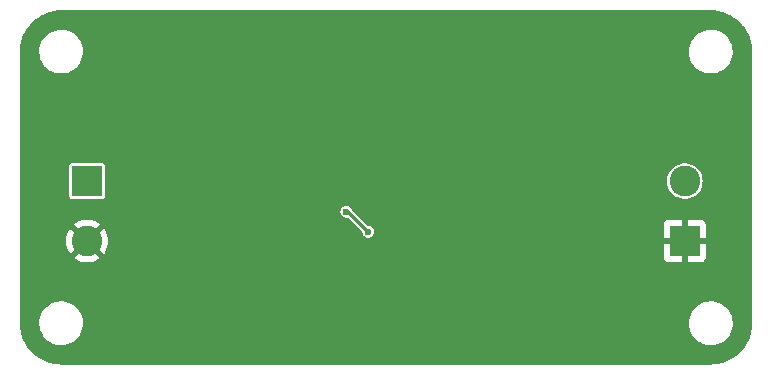
<source format=gbr>
%TF.GenerationSoftware,KiCad,Pcbnew,7.0.8*%
%TF.CreationDate,2023-10-17T18:42:51+11:00*%
%TF.ProjectId,bstconv,62737463-6f6e-4762-9e6b-696361645f70,rev?*%
%TF.SameCoordinates,Original*%
%TF.FileFunction,Copper,L2,Bot*%
%TF.FilePolarity,Positive*%
%FSLAX46Y46*%
G04 Gerber Fmt 4.6, Leading zero omitted, Abs format (unit mm)*
G04 Created by KiCad (PCBNEW 7.0.8) date 2023-10-17 18:42:51*
%MOMM*%
%LPD*%
G01*
G04 APERTURE LIST*
%TA.AperFunction,ComponentPad*%
%ADD10R,2.600000X2.600000*%
%TD*%
%TA.AperFunction,ComponentPad*%
%ADD11C,2.600000*%
%TD*%
%TA.AperFunction,ViaPad*%
%ADD12C,0.600000*%
%TD*%
%TA.AperFunction,Conductor*%
%ADD13C,0.250000*%
%TD*%
G04 APERTURE END LIST*
D10*
%TO.P,J1,1,Pin_1*%
%TO.N,+15V*%
X124695000Y-147455000D03*
D11*
%TO.P,J1,2,Pin_2*%
%TO.N,GND*%
X124695000Y-152535000D03*
%TD*%
D10*
%TO.P,J2,1,Pin_1*%
%TO.N,GND*%
X175305000Y-152540000D03*
D11*
%TO.P,J2,2,Pin_2*%
%TO.N,Net-(J2-Pin_2)*%
X175305000Y-147460000D03*
%TD*%
D12*
%TO.N,GND*%
X137000000Y-150750000D03*
X136750000Y-158000000D03*
X144000000Y-146250000D03*
X148750000Y-144750000D03*
X148250000Y-155750000D03*
X140750000Y-152250000D03*
X162250000Y-136500000D03*
X147250000Y-145500000D03*
X144000000Y-144750000D03*
X147250000Y-146250000D03*
X148000000Y-144750000D03*
X147250000Y-144750000D03*
X137000000Y-147250000D03*
X141750000Y-144750000D03*
X147250000Y-147000000D03*
X144000000Y-145500000D03*
X136750000Y-154250000D03*
X164000000Y-155750000D03*
X140750000Y-154250000D03*
X143250000Y-144750000D03*
X164000000Y-139250000D03*
X162250000Y-158500000D03*
X151250000Y-155750000D03*
X142500000Y-144750000D03*
X149750000Y-144750000D03*
X144000000Y-147000000D03*
%TO.N,Net-(Q1-G)*%
X148500000Y-151750000D03*
X146652412Y-150046896D03*
%TD*%
D13*
%TO.N,Net-(Q1-G)*%
X146796896Y-150046896D02*
X148500000Y-151750000D01*
X146652412Y-150046896D02*
X146796896Y-150046896D01*
%TD*%
%TA.AperFunction,Conductor*%
%TO.N,GND*%
G36*
X177501210Y-133000560D02*
G01*
X177550940Y-133003002D01*
X177652546Y-133007994D01*
X177847189Y-133018195D01*
X177851836Y-133018660D01*
X178021733Y-133043862D01*
X178198146Y-133071803D01*
X178202381Y-133072667D01*
X178372207Y-133115206D01*
X178541822Y-133160654D01*
X178545655Y-133161851D01*
X178711894Y-133221332D01*
X178874710Y-133283832D01*
X178878099Y-133285281D01*
X179038476Y-133361134D01*
X179066882Y-133375608D01*
X179193380Y-133440063D01*
X179196356Y-133441710D01*
X179348960Y-133533177D01*
X179494587Y-133627748D01*
X179497115Y-133629504D01*
X179564823Y-133679719D01*
X179640331Y-133735720D01*
X179775263Y-133844985D01*
X179777318Y-133846747D01*
X179908742Y-133965862D01*
X179910486Y-133967523D01*
X180032475Y-134089512D01*
X180034139Y-134091259D01*
X180153247Y-134222675D01*
X180155019Y-134224742D01*
X180264283Y-134359673D01*
X180273437Y-134372015D01*
X180370494Y-134502883D01*
X180372250Y-134505411D01*
X180466822Y-134651039D01*
X180558288Y-134803642D01*
X180559935Y-134806618D01*
X180638868Y-134961529D01*
X180714711Y-135121886D01*
X180716176Y-135125312D01*
X180778672Y-135288120D01*
X180838140Y-135454321D01*
X180839347Y-135458187D01*
X180884790Y-135627780D01*
X180889961Y-135648422D01*
X180927325Y-135797588D01*
X180928199Y-135801874D01*
X180956145Y-135978317D01*
X180981336Y-136148144D01*
X180981804Y-136152819D01*
X180992011Y-136347561D01*
X180999440Y-136498791D01*
X180999500Y-136501220D01*
X180999500Y-159498779D01*
X180999440Y-159501208D01*
X180992011Y-159652438D01*
X180981804Y-159847179D01*
X180981336Y-159851854D01*
X180956145Y-160021682D01*
X180928199Y-160198124D01*
X180927325Y-160202410D01*
X180884793Y-160372210D01*
X180839347Y-160541811D01*
X180838140Y-160545677D01*
X180778672Y-160711879D01*
X180716176Y-160874687D01*
X180714711Y-160878112D01*
X180638868Y-161038470D01*
X180559935Y-161193380D01*
X180558288Y-161196356D01*
X180466822Y-161348960D01*
X180372250Y-161494587D01*
X180370495Y-161497115D01*
X180264285Y-161640324D01*
X180155028Y-161775245D01*
X180153236Y-161777336D01*
X180034150Y-161908727D01*
X180032475Y-161910486D01*
X179910486Y-162032475D01*
X179908727Y-162034150D01*
X179777336Y-162153236D01*
X179775245Y-162155028D01*
X179640324Y-162264285D01*
X179497115Y-162370495D01*
X179494587Y-162372250D01*
X179348960Y-162466822D01*
X179196356Y-162558288D01*
X179193380Y-162559935D01*
X179038470Y-162638868D01*
X178878112Y-162714711D01*
X178874687Y-162716176D01*
X178711879Y-162778672D01*
X178545677Y-162838140D01*
X178541811Y-162839347D01*
X178372210Y-162884793D01*
X178202410Y-162927325D01*
X178198124Y-162928199D01*
X178021682Y-162956145D01*
X177851854Y-162981336D01*
X177847179Y-162981804D01*
X177652438Y-162992011D01*
X177501208Y-162999440D01*
X177498779Y-162999500D01*
X122501221Y-162999500D01*
X122498792Y-162999440D01*
X122347561Y-162992011D01*
X122152819Y-162981804D01*
X122148144Y-162981336D01*
X121978317Y-162956145D01*
X121801874Y-162928199D01*
X121797588Y-162927325D01*
X121627798Y-162884795D01*
X121603002Y-162878151D01*
X121458187Y-162839347D01*
X121454321Y-162838140D01*
X121288120Y-162778672D01*
X121125312Y-162716176D01*
X121121886Y-162714711D01*
X120961529Y-162638868D01*
X120806618Y-162559935D01*
X120803642Y-162558288D01*
X120651039Y-162466822D01*
X120505411Y-162372250D01*
X120502883Y-162370494D01*
X120359675Y-162264285D01*
X120224742Y-162155019D01*
X120222675Y-162153247D01*
X120091259Y-162034139D01*
X120089512Y-162032475D01*
X119967523Y-161910486D01*
X119965862Y-161908742D01*
X119846747Y-161777318D01*
X119844985Y-161775263D01*
X119735714Y-161640324D01*
X119679719Y-161564823D01*
X119629504Y-161497115D01*
X119627748Y-161494587D01*
X119533177Y-161348960D01*
X119441710Y-161196356D01*
X119440063Y-161193380D01*
X119361131Y-161038470D01*
X119342209Y-160998462D01*
X119285281Y-160878099D01*
X119283832Y-160874710D01*
X119221327Y-160711879D01*
X119161851Y-160545655D01*
X119160654Y-160541822D01*
X119115206Y-160372207D01*
X119072667Y-160202381D01*
X119071803Y-160198146D01*
X119043854Y-160021682D01*
X119018660Y-159851836D01*
X119018195Y-159847189D01*
X119007994Y-159652562D01*
X119003829Y-159567765D01*
X120645788Y-159567765D01*
X120675414Y-159837020D01*
X120723691Y-160021682D01*
X120743928Y-160099088D01*
X120849870Y-160348390D01*
X120921999Y-160466577D01*
X120990983Y-160579612D01*
X121164253Y-160787818D01*
X121164255Y-160787820D01*
X121365998Y-160968582D01*
X121588624Y-161115870D01*
X121591913Y-161118046D01*
X121724100Y-161180012D01*
X121837176Y-161233020D01*
X121982628Y-161276780D01*
X122096555Y-161311056D01*
X122096559Y-161311057D01*
X122096569Y-161311060D01*
X122263840Y-161335677D01*
X122364560Y-161350500D01*
X122364561Y-161350500D01*
X122567633Y-161350500D01*
X122625495Y-161346264D01*
X122770156Y-161335677D01*
X123034553Y-161276780D01*
X123287558Y-161180014D01*
X123523777Y-161047441D01*
X123738177Y-160881888D01*
X123926186Y-160686881D01*
X124083799Y-160466579D01*
X124207656Y-160225675D01*
X124295118Y-159969305D01*
X124344319Y-159702933D01*
X124349259Y-159567765D01*
X175645788Y-159567765D01*
X175675414Y-159837020D01*
X175723691Y-160021682D01*
X175743928Y-160099088D01*
X175849870Y-160348390D01*
X175921999Y-160466577D01*
X175990983Y-160579612D01*
X176164253Y-160787818D01*
X176164255Y-160787820D01*
X176365998Y-160968582D01*
X176588624Y-161115870D01*
X176591913Y-161118046D01*
X176724100Y-161180012D01*
X176837176Y-161233020D01*
X176982628Y-161276780D01*
X177096555Y-161311056D01*
X177096559Y-161311057D01*
X177096569Y-161311060D01*
X177263840Y-161335677D01*
X177364560Y-161350500D01*
X177364561Y-161350500D01*
X177567633Y-161350500D01*
X177625495Y-161346264D01*
X177770156Y-161335677D01*
X178034553Y-161276780D01*
X178287558Y-161180014D01*
X178523777Y-161047441D01*
X178738177Y-160881888D01*
X178926186Y-160686881D01*
X179083799Y-160466579D01*
X179207656Y-160225675D01*
X179295118Y-159969305D01*
X179344319Y-159702933D01*
X179354212Y-159432235D01*
X179324586Y-159162982D01*
X179256072Y-158900912D01*
X179150130Y-158651610D01*
X179009018Y-158420390D01*
X178835745Y-158212180D01*
X178730754Y-158118108D01*
X178634007Y-158031422D01*
X178634004Y-158031420D01*
X178634002Y-158031418D01*
X178484489Y-157932501D01*
X178408086Y-157881953D01*
X178162822Y-157766979D01*
X177903444Y-157688943D01*
X177903428Y-157688939D01*
X177635440Y-157649500D01*
X177635439Y-157649500D01*
X177432369Y-157649500D01*
X177432367Y-157649500D01*
X177229848Y-157664322D01*
X176965450Y-157723219D01*
X176712439Y-157819987D01*
X176476219Y-157952561D01*
X176261826Y-158118108D01*
X176073814Y-158313119D01*
X175916199Y-158533422D01*
X175792342Y-158774328D01*
X175704884Y-159030687D01*
X175704881Y-159030698D01*
X175655680Y-159297069D01*
X175645788Y-159567765D01*
X124349259Y-159567765D01*
X124354212Y-159432235D01*
X124324586Y-159162982D01*
X124256072Y-158900912D01*
X124150130Y-158651610D01*
X124009018Y-158420390D01*
X123835745Y-158212180D01*
X123730754Y-158118108D01*
X123634007Y-158031422D01*
X123634004Y-158031420D01*
X123634002Y-158031418D01*
X123484489Y-157932501D01*
X123408086Y-157881953D01*
X123162822Y-157766979D01*
X122903444Y-157688943D01*
X122903428Y-157688939D01*
X122635440Y-157649500D01*
X122635439Y-157649500D01*
X122432369Y-157649500D01*
X122432367Y-157649500D01*
X122229848Y-157664322D01*
X121965450Y-157723219D01*
X121712439Y-157819987D01*
X121476219Y-157952561D01*
X121261826Y-158118108D01*
X121073814Y-158313119D01*
X120916199Y-158533422D01*
X120792342Y-158774328D01*
X120704884Y-159030687D01*
X120704881Y-159030698D01*
X120655680Y-159297069D01*
X120645788Y-159567765D01*
X119003829Y-159567765D01*
X119003072Y-159552355D01*
X119000560Y-159501209D01*
X119000500Y-159498780D01*
X119000500Y-152535002D01*
X122889953Y-152535002D01*
X122910113Y-152804022D01*
X122910115Y-152804032D01*
X122970146Y-153067049D01*
X123068706Y-153318174D01*
X123068715Y-153318193D01*
X123203596Y-153551812D01*
X123203606Y-153551827D01*
X123257294Y-153619150D01*
X124092452Y-152783991D01*
X124102188Y-152813956D01*
X124190186Y-152952619D01*
X124309903Y-153065040D01*
X124444510Y-153139041D01*
X123609850Y-153973702D01*
X123792484Y-154098220D01*
X124035541Y-154215270D01*
X124293334Y-154294789D01*
X124293344Y-154294791D01*
X124560105Y-154334999D01*
X124560114Y-154335000D01*
X124829886Y-154335000D01*
X124829894Y-154334999D01*
X125096655Y-154294791D01*
X125096665Y-154294789D01*
X125354458Y-154215270D01*
X125597521Y-154098218D01*
X125780149Y-153973703D01*
X125780149Y-153973702D01*
X125694271Y-153887824D01*
X173504999Y-153887824D01*
X173511401Y-153947370D01*
X173511403Y-153947381D01*
X173561646Y-154082088D01*
X173561647Y-154082090D01*
X173647807Y-154197184D01*
X173647815Y-154197192D01*
X173762909Y-154283352D01*
X173762911Y-154283353D01*
X173897618Y-154333596D01*
X173897629Y-154333598D01*
X173957176Y-154340000D01*
X175054999Y-154340000D01*
X175055000Y-154339999D01*
X175055000Y-153144310D01*
X175063817Y-153149158D01*
X175222886Y-153190000D01*
X175345894Y-153190000D01*
X175467933Y-153174583D01*
X175555000Y-153140110D01*
X175555000Y-154339999D01*
X175555001Y-154340000D01*
X176652824Y-154340000D01*
X176712370Y-154333598D01*
X176712381Y-154333596D01*
X176847088Y-154283353D01*
X176847090Y-154283352D01*
X176962184Y-154197192D01*
X176962192Y-154197184D01*
X177048352Y-154082090D01*
X177048353Y-154082088D01*
X177098596Y-153947381D01*
X177098598Y-153947370D01*
X177105000Y-153887824D01*
X177105000Y-152790001D01*
X177104999Y-152790000D01*
X175905728Y-152790000D01*
X175928100Y-152742457D01*
X175958873Y-152581138D01*
X175948561Y-152417234D01*
X175907220Y-152290000D01*
X177104999Y-152290000D01*
X177105000Y-152289999D01*
X177105000Y-151192175D01*
X177098598Y-151132629D01*
X177098596Y-151132618D01*
X177048353Y-150997911D01*
X177048352Y-150997909D01*
X176962192Y-150882815D01*
X176962184Y-150882807D01*
X176847090Y-150796647D01*
X176847088Y-150796646D01*
X176712381Y-150746403D01*
X176712370Y-150746401D01*
X176652824Y-150740000D01*
X175555001Y-150740000D01*
X175555000Y-150740001D01*
X175555000Y-151935689D01*
X175546183Y-151930842D01*
X175387114Y-151890000D01*
X175264106Y-151890000D01*
X175142067Y-151905417D01*
X175055000Y-151939889D01*
X175055000Y-150740001D01*
X175054999Y-150740000D01*
X173957176Y-150740000D01*
X173897629Y-150746401D01*
X173897618Y-150746403D01*
X173762911Y-150796646D01*
X173762909Y-150796647D01*
X173647815Y-150882807D01*
X173647807Y-150882815D01*
X173561647Y-150997909D01*
X173561646Y-150997911D01*
X173511403Y-151132618D01*
X173511401Y-151132629D01*
X173505000Y-151192175D01*
X173505000Y-152289999D01*
X173505001Y-152290000D01*
X174704272Y-152290000D01*
X174681900Y-152337543D01*
X174651127Y-152498862D01*
X174661439Y-152662766D01*
X174702780Y-152790000D01*
X173505001Y-152790000D01*
X173505000Y-152790001D01*
X173505000Y-153887824D01*
X173504999Y-153887824D01*
X125694271Y-153887824D01*
X124942533Y-153136086D01*
X125010629Y-153109126D01*
X125143492Y-153012595D01*
X125248175Y-152886055D01*
X125296632Y-152783078D01*
X126132704Y-153619150D01*
X126186399Y-153551820D01*
X126321284Y-153318193D01*
X126321293Y-153318174D01*
X126419853Y-153067049D01*
X126479884Y-152804032D01*
X126479886Y-152804022D01*
X126500047Y-152535002D01*
X126500047Y-152534997D01*
X126479886Y-152265977D01*
X126479884Y-152265967D01*
X126419853Y-152002950D01*
X126321293Y-151751825D01*
X126321284Y-151751806D01*
X126186403Y-151518187D01*
X126186393Y-151518172D01*
X126132704Y-151450848D01*
X125297546Y-152286005D01*
X125287812Y-152256044D01*
X125199814Y-152117381D01*
X125080097Y-152004960D01*
X124945487Y-151930956D01*
X125780149Y-151096295D01*
X125597521Y-150971781D01*
X125354458Y-150854729D01*
X125096665Y-150775210D01*
X125096655Y-150775208D01*
X124829894Y-150735000D01*
X124560105Y-150735000D01*
X124293344Y-150775208D01*
X124293334Y-150775210D01*
X124035541Y-150854729D01*
X123792480Y-150971780D01*
X123609849Y-151096295D01*
X124447466Y-151933912D01*
X124379371Y-151960874D01*
X124246508Y-152057405D01*
X124141825Y-152183945D01*
X124093367Y-152286921D01*
X123257294Y-151450848D01*
X123203605Y-151518173D01*
X123203596Y-151518187D01*
X123068715Y-151751806D01*
X123068706Y-151751825D01*
X122970146Y-152002950D01*
X122910115Y-152265967D01*
X122910113Y-152265977D01*
X122889953Y-152534997D01*
X122889953Y-152535002D01*
X119000500Y-152535002D01*
X119000500Y-150046898D01*
X146146765Y-150046898D01*
X146167246Y-150189352D01*
X146227034Y-150320267D01*
X146227035Y-150320269D01*
X146321284Y-150429039D01*
X146321285Y-150429040D01*
X146442354Y-150506846D01*
X146442359Y-150506849D01*
X146548815Y-150538107D01*
X146580447Y-150547395D01*
X146580448Y-150547395D01*
X146580451Y-150547396D01*
X146580453Y-150547396D01*
X146724372Y-150547396D01*
X146724373Y-150547396D01*
X146755129Y-150538365D01*
X146816289Y-150540112D01*
X146853025Y-150563351D01*
X147965357Y-151675683D01*
X147993134Y-151730200D01*
X147994353Y-151745687D01*
X147994353Y-151750002D01*
X148014834Y-151892456D01*
X148032365Y-151930842D01*
X148074623Y-152023373D01*
X148156081Y-152117381D01*
X148168873Y-152132144D01*
X148289942Y-152209950D01*
X148289947Y-152209953D01*
X148396403Y-152241211D01*
X148428035Y-152250499D01*
X148428036Y-152250499D01*
X148428039Y-152250500D01*
X148428041Y-152250500D01*
X148571959Y-152250500D01*
X148571961Y-152250500D01*
X148710053Y-152209953D01*
X148831128Y-152132143D01*
X148925377Y-152023373D01*
X148985165Y-151892457D01*
X149005385Y-151751825D01*
X149005647Y-151750002D01*
X149005647Y-151749997D01*
X148985165Y-151607543D01*
X148944357Y-151518187D01*
X148925377Y-151476627D01*
X148831128Y-151367857D01*
X148831127Y-151367856D01*
X148831126Y-151367855D01*
X148710057Y-151290049D01*
X148710054Y-151290047D01*
X148710053Y-151290047D01*
X148710050Y-151290046D01*
X148571964Y-151249500D01*
X148571961Y-151249500D01*
X148500834Y-151249500D01*
X148442643Y-151230593D01*
X148430830Y-151220504D01*
X147164706Y-149954380D01*
X147142312Y-149910429D01*
X147139572Y-149911234D01*
X147137577Y-149904444D01*
X147137577Y-149904439D01*
X147077789Y-149773523D01*
X146983540Y-149664753D01*
X146983539Y-149664752D01*
X146983538Y-149664751D01*
X146862469Y-149586945D01*
X146862466Y-149586943D01*
X146862465Y-149586943D01*
X146862462Y-149586942D01*
X146724376Y-149546396D01*
X146724373Y-149546396D01*
X146580451Y-149546396D01*
X146580447Y-149546396D01*
X146442361Y-149586942D01*
X146442354Y-149586945D01*
X146321285Y-149664751D01*
X146227034Y-149773524D01*
X146167246Y-149904439D01*
X146146765Y-150046893D01*
X146146765Y-150046898D01*
X119000500Y-150046898D01*
X119000500Y-148774746D01*
X123194500Y-148774746D01*
X123194501Y-148774758D01*
X123206132Y-148833227D01*
X123206134Y-148833233D01*
X123209873Y-148838828D01*
X123250448Y-148899552D01*
X123316769Y-148943867D01*
X123361231Y-148952711D01*
X123375241Y-148955498D01*
X123375246Y-148955498D01*
X123375252Y-148955500D01*
X123375253Y-148955500D01*
X126014747Y-148955500D01*
X126014748Y-148955500D01*
X126073231Y-148943867D01*
X126139552Y-148899552D01*
X126183867Y-148833231D01*
X126195500Y-148774748D01*
X126195500Y-147460000D01*
X173799357Y-147460000D01*
X173819891Y-147707819D01*
X173819892Y-147707821D01*
X173880937Y-147948881D01*
X173980827Y-148176607D01*
X174116836Y-148384785D01*
X174285256Y-148567738D01*
X174481491Y-148720474D01*
X174581777Y-148774746D01*
X174689847Y-148833231D01*
X174700190Y-148838828D01*
X174935386Y-148919571D01*
X175180665Y-148960500D01*
X175429335Y-148960500D01*
X175674614Y-148919571D01*
X175909810Y-148838828D01*
X176128509Y-148720474D01*
X176324744Y-148567738D01*
X176493164Y-148384785D01*
X176629173Y-148176607D01*
X176729063Y-147948881D01*
X176790108Y-147707821D01*
X176810643Y-147460000D01*
X176790108Y-147212179D01*
X176729063Y-146971119D01*
X176629173Y-146743393D01*
X176493164Y-146535215D01*
X176324744Y-146352262D01*
X176128509Y-146199526D01*
X175909813Y-146081173D01*
X175674611Y-146000428D01*
X175429335Y-145959500D01*
X175180665Y-145959500D01*
X174935388Y-146000428D01*
X174700186Y-146081173D01*
X174481490Y-146199526D01*
X174481487Y-146199528D01*
X174285259Y-146352259D01*
X174116835Y-146535216D01*
X173980826Y-146743395D01*
X173880937Y-146971120D01*
X173819891Y-147212180D01*
X173799357Y-147460000D01*
X126195500Y-147460000D01*
X126195500Y-146135252D01*
X126183867Y-146076769D01*
X126139552Y-146010448D01*
X126124558Y-146000429D01*
X126073233Y-145966134D01*
X126073231Y-145966133D01*
X126073228Y-145966132D01*
X126073227Y-145966132D01*
X126014758Y-145954501D01*
X126014748Y-145954500D01*
X123375252Y-145954500D01*
X123375251Y-145954500D01*
X123375241Y-145954501D01*
X123316772Y-145966132D01*
X123316766Y-145966134D01*
X123250451Y-146010445D01*
X123250445Y-146010451D01*
X123206134Y-146076766D01*
X123206132Y-146076772D01*
X123194501Y-146135241D01*
X123194500Y-146135253D01*
X123194500Y-148774746D01*
X119000500Y-148774746D01*
X119000500Y-136567765D01*
X120645788Y-136567765D01*
X120675414Y-136837020D01*
X120709997Y-136969301D01*
X120743928Y-137099088D01*
X120849870Y-137348390D01*
X120921999Y-137466577D01*
X120990983Y-137579612D01*
X121080252Y-137686880D01*
X121164255Y-137787820D01*
X121365998Y-137968582D01*
X121588624Y-138115870D01*
X121591913Y-138118046D01*
X121724100Y-138180012D01*
X121837176Y-138233020D01*
X121982628Y-138276780D01*
X122096555Y-138311056D01*
X122096559Y-138311057D01*
X122096569Y-138311060D01*
X122263840Y-138335677D01*
X122364560Y-138350500D01*
X122364561Y-138350500D01*
X122567633Y-138350500D01*
X122625495Y-138346264D01*
X122770156Y-138335677D01*
X123034553Y-138276780D01*
X123287558Y-138180014D01*
X123523777Y-138047441D01*
X123738177Y-137881888D01*
X123926186Y-137686881D01*
X124083799Y-137466579D01*
X124207656Y-137225675D01*
X124295118Y-136969305D01*
X124344319Y-136702933D01*
X124349259Y-136567765D01*
X175645788Y-136567765D01*
X175675414Y-136837020D01*
X175709997Y-136969301D01*
X175743928Y-137099088D01*
X175849870Y-137348390D01*
X175921999Y-137466577D01*
X175990983Y-137579612D01*
X176080252Y-137686880D01*
X176164255Y-137787820D01*
X176365998Y-137968582D01*
X176588624Y-138115870D01*
X176591913Y-138118046D01*
X176724100Y-138180012D01*
X176837176Y-138233020D01*
X176982628Y-138276780D01*
X177096555Y-138311056D01*
X177096559Y-138311057D01*
X177096569Y-138311060D01*
X177263840Y-138335677D01*
X177364560Y-138350500D01*
X177364561Y-138350500D01*
X177567633Y-138350500D01*
X177625495Y-138346264D01*
X177770156Y-138335677D01*
X178034553Y-138276780D01*
X178287558Y-138180014D01*
X178523777Y-138047441D01*
X178738177Y-137881888D01*
X178926186Y-137686881D01*
X179083799Y-137466579D01*
X179207656Y-137225675D01*
X179295118Y-136969305D01*
X179344319Y-136702933D01*
X179354212Y-136432235D01*
X179324586Y-136162982D01*
X179256072Y-135900912D01*
X179150130Y-135651610D01*
X179009018Y-135420390D01*
X178924886Y-135319295D01*
X178835746Y-135212181D01*
X178634007Y-135031422D01*
X178634004Y-135031420D01*
X178634002Y-135031418D01*
X178484489Y-134932501D01*
X178408086Y-134881953D01*
X178162822Y-134766979D01*
X177903444Y-134688943D01*
X177903428Y-134688939D01*
X177635440Y-134649500D01*
X177635439Y-134649500D01*
X177432369Y-134649500D01*
X177432367Y-134649500D01*
X177229848Y-134664322D01*
X176965450Y-134723219D01*
X176712439Y-134819987D01*
X176476219Y-134952561D01*
X176261826Y-135118108D01*
X176073814Y-135313119D01*
X175916199Y-135533422D01*
X175792342Y-135774328D01*
X175704884Y-136030687D01*
X175704881Y-136030698D01*
X175655680Y-136297069D01*
X175645788Y-136567765D01*
X124349259Y-136567765D01*
X124354212Y-136432235D01*
X124324586Y-136162982D01*
X124256072Y-135900912D01*
X124150130Y-135651610D01*
X124009018Y-135420390D01*
X123924886Y-135319295D01*
X123835746Y-135212181D01*
X123634007Y-135031422D01*
X123634004Y-135031420D01*
X123634002Y-135031418D01*
X123484489Y-134932501D01*
X123408086Y-134881953D01*
X123162822Y-134766979D01*
X122903444Y-134688943D01*
X122903428Y-134688939D01*
X122635440Y-134649500D01*
X122635439Y-134649500D01*
X122432369Y-134649500D01*
X122432367Y-134649500D01*
X122229848Y-134664322D01*
X121965450Y-134723219D01*
X121712439Y-134819987D01*
X121476219Y-134952561D01*
X121261826Y-135118108D01*
X121073814Y-135313119D01*
X120916199Y-135533422D01*
X120792342Y-135774328D01*
X120704884Y-136030687D01*
X120704881Y-136030698D01*
X120655680Y-136297069D01*
X120645788Y-136567765D01*
X119000500Y-136567765D01*
X119000500Y-136501219D01*
X119000560Y-136498790D01*
X119003829Y-136432232D01*
X119007998Y-136347356D01*
X119018195Y-136152806D01*
X119018659Y-136148167D01*
X119043858Y-135978287D01*
X119071805Y-135801844D01*
X119072664Y-135797627D01*
X119115213Y-135627762D01*
X119160656Y-135458170D01*
X119161846Y-135454357D01*
X119221338Y-135288089D01*
X119283840Y-135125269D01*
X119285268Y-135121928D01*
X119361145Y-134961499D01*
X119440063Y-134806618D01*
X119441700Y-134803659D01*
X119533180Y-134651032D01*
X119627772Y-134505375D01*
X119629494Y-134502896D01*
X119735719Y-134359669D01*
X119845000Y-134224717D01*
X119846715Y-134222716D01*
X119965900Y-134091215D01*
X119967503Y-134089532D01*
X120089532Y-133967503D01*
X120091215Y-133965900D01*
X120222716Y-133846715D01*
X120224717Y-133845000D01*
X120359669Y-133735719D01*
X120502896Y-133629494D01*
X120505375Y-133627772D01*
X120651017Y-133533189D01*
X120803659Y-133441700D01*
X120806618Y-133440063D01*
X120844425Y-133420798D01*
X120961499Y-133361145D01*
X121121928Y-133285268D01*
X121125269Y-133283840D01*
X121288089Y-133221338D01*
X121454357Y-133161846D01*
X121458170Y-133160656D01*
X121627762Y-133115213D01*
X121797627Y-133072664D01*
X121801844Y-133071805D01*
X121978287Y-133043858D01*
X122148167Y-133018659D01*
X122152806Y-133018195D01*
X122347356Y-133007998D01*
X122457822Y-133002572D01*
X122498790Y-133000560D01*
X122501219Y-133000500D01*
X177498781Y-133000500D01*
X177501210Y-133000560D01*
G37*
%TD.AperFunction*%
%TD*%
M02*

</source>
